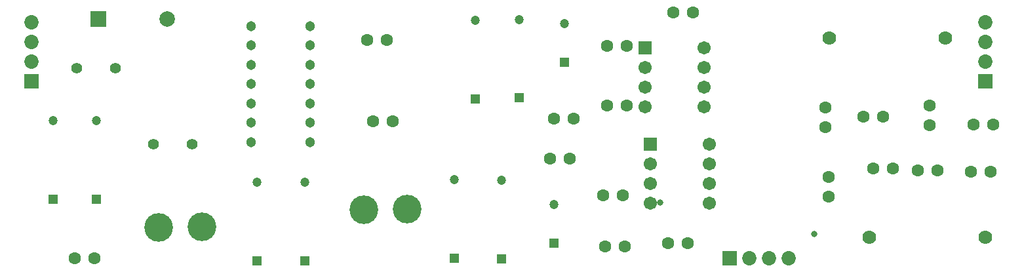
<source format=gbs>
G04*
G04 #@! TF.GenerationSoftware,Altium Limited,Altium Designer,25.2.1 (25)*
G04*
G04 Layer_Color=16711935*
%FSLAX25Y25*%
%MOIN*%
G70*
G04*
G04 #@! TF.SameCoordinates,C1108634-7D56-49FF-B426-694D52BA22A1*
G04*
G04*
G04 #@! TF.FilePolarity,Negative*
G04*
G01*
G75*
%ADD18C,0.06312*%
%ADD19C,0.07001*%
%ADD20C,0.14580*%
%ADD21C,0.05131*%
%ADD22C,0.05524*%
%ADD23C,0.06706*%
%ADD24R,0.06706X0.06706*%
%ADD25R,0.04724X0.04724*%
%ADD26C,0.04724*%
%ADD27C,0.07296*%
%ADD28R,0.07296X0.07296*%
%ADD29R,0.07296X0.07296*%
%ADD30R,0.07874X0.07874*%
%ADD31C,0.07874*%
%ADD32C,0.03200*%
D18*
X311500Y16000D02*
D03*
X301500D02*
D03*
X343500Y17500D02*
D03*
X333500D02*
D03*
X415400Y41400D02*
D03*
Y51400D02*
D03*
X283500Y60500D02*
D03*
X273500D02*
D03*
X346331Y134916D02*
D03*
X336331D02*
D03*
X470500Y54500D02*
D03*
X460500D02*
D03*
X448000Y55500D02*
D03*
X438000D02*
D03*
X193500Y79500D02*
D03*
X302500Y87500D02*
D03*
X190500Y121000D02*
D03*
X413500Y86500D02*
D03*
X499000Y78000D02*
D03*
X433000Y82000D02*
D03*
X443000D02*
D03*
X466500Y87500D02*
D03*
Y77500D02*
D03*
X497500Y54000D02*
D03*
X487500D02*
D03*
X489000Y78000D02*
D03*
X413500Y76500D02*
D03*
X180500Y121000D02*
D03*
X312500Y118000D02*
D03*
X302500D02*
D03*
X285500Y81000D02*
D03*
X275500D02*
D03*
X312500Y87500D02*
D03*
X310500Y42000D02*
D03*
X300500D02*
D03*
X183500Y79500D02*
D03*
X32000Y10000D02*
D03*
X42000D02*
D03*
D19*
X474555Y122000D02*
D03*
X415500D02*
D03*
X495055Y20500D02*
D03*
X436000D02*
D03*
D20*
X201000Y35000D02*
D03*
X179000Y34500D02*
D03*
X74500Y25500D02*
D03*
X96500Y26000D02*
D03*
D21*
X121500Y118185D02*
D03*
X151500Y68972D02*
D03*
Y78815D02*
D03*
Y88657D02*
D03*
Y98500D02*
D03*
Y108343D02*
D03*
Y118185D02*
D03*
Y128028D02*
D03*
X121500Y68972D02*
D03*
Y78815D02*
D03*
Y88657D02*
D03*
Y98500D02*
D03*
Y108343D02*
D03*
Y128028D02*
D03*
D22*
X91500Y68000D02*
D03*
X71815D02*
D03*
X32815Y106500D02*
D03*
X52500D02*
D03*
D23*
X352000Y87000D02*
D03*
Y97000D02*
D03*
Y107000D02*
D03*
Y117000D02*
D03*
X322000Y87000D02*
D03*
Y97000D02*
D03*
Y107000D02*
D03*
X354500Y58000D02*
D03*
X324500D02*
D03*
Y48000D02*
D03*
Y38000D02*
D03*
X354500Y68000D02*
D03*
Y48000D02*
D03*
Y38000D02*
D03*
D24*
X322000Y117000D02*
D03*
X324500Y68000D02*
D03*
D25*
X21000Y40059D02*
D03*
X149000Y8618D02*
D03*
X258000Y91559D02*
D03*
X235500Y91059D02*
D03*
X275500Y17657D02*
D03*
X249000Y9618D02*
D03*
X225000Y10059D02*
D03*
X281000Y109657D02*
D03*
X124500Y8618D02*
D03*
X43000Y40059D02*
D03*
D26*
Y79941D02*
D03*
X124500Y48500D02*
D03*
X281000Y129343D02*
D03*
X275500Y37343D02*
D03*
X258000Y131441D02*
D03*
X235500Y130941D02*
D03*
X249000Y49500D02*
D03*
X225000Y49941D02*
D03*
X149000Y48500D02*
D03*
X21000Y79941D02*
D03*
D27*
X10000Y130000D02*
D03*
Y120000D02*
D03*
X395000Y10000D02*
D03*
X495000Y130000D02*
D03*
Y110000D02*
D03*
Y120000D02*
D03*
X385000Y10000D02*
D03*
X375000D02*
D03*
X10000Y110000D02*
D03*
D28*
X495000Y100000D02*
D03*
X10000D02*
D03*
D29*
X365000Y10000D02*
D03*
D30*
X44059Y131500D02*
D03*
D31*
X78941D02*
D03*
D32*
X408000Y22300D02*
D03*
X329700Y38300D02*
D03*
M02*

</source>
